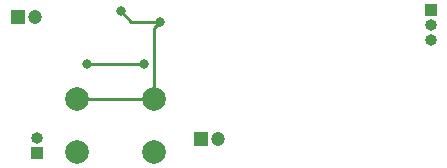
<source format=gbr>
%TF.GenerationSoftware,KiCad,Pcbnew,7.0.2-6a45011f42~172~ubuntu22.04.1*%
%TF.CreationDate,2023-05-13T15:44:36+12:00*%
%TF.ProjectId,KA1119,4b413131-3139-42e6-9b69-6361645f7063,rev?*%
%TF.SameCoordinates,Original*%
%TF.FileFunction,Copper,L2,Bot*%
%TF.FilePolarity,Positive*%
%FSLAX46Y46*%
G04 Gerber Fmt 4.6, Leading zero omitted, Abs format (unit mm)*
G04 Created by KiCad (PCBNEW 7.0.2-6a45011f42~172~ubuntu22.04.1) date 2023-05-13 15:44:36*
%MOMM*%
%LPD*%
G01*
G04 APERTURE LIST*
%TA.AperFunction,ComponentPad*%
%ADD10C,2.000000*%
%TD*%
%TA.AperFunction,ComponentPad*%
%ADD11R,1.200000X1.200000*%
%TD*%
%TA.AperFunction,ComponentPad*%
%ADD12C,1.200000*%
%TD*%
%TA.AperFunction,ComponentPad*%
%ADD13R,1.000000X1.000000*%
%TD*%
%TA.AperFunction,ComponentPad*%
%ADD14O,1.000000X1.000000*%
%TD*%
%TA.AperFunction,ViaPad*%
%ADD15C,0.800000*%
%TD*%
%TA.AperFunction,Conductor*%
%ADD16C,0.250000*%
%TD*%
G04 APERTURE END LIST*
D10*
%TO.P,SW1,1,1*%
%TO.N,Net-(BT1-+)*%
X167640000Y-100400000D03*
X174140000Y-100400000D03*
%TO.P,SW1,2,2*%
%TO.N,Net-(U3A-R)*%
X167640000Y-95900000D03*
X174140000Y-95900000D03*
%TD*%
D11*
%TO.P,C2,1*%
%TO.N,Net-(U3A-THR)*%
X162640000Y-88990000D03*
D12*
%TO.P,C2,2*%
%TO.N,Net-(BT1--)*%
X164140000Y-88990000D03*
%TD*%
D11*
%TO.P,C1,1*%
%TO.N,Net-(U3A-R)*%
X178120000Y-99320000D03*
D12*
%TO.P,C1,2*%
%TO.N,Net-(BT1--)*%
X179620000Y-99320000D03*
%TD*%
D13*
%TO.P,9v,1,+*%
%TO.N,Net-(BT1-+)*%
X164270000Y-100470000D03*
D14*
%TO.P,9v,2,-*%
%TO.N,Net-(BT1--)*%
X164270000Y-99200000D03*
%TD*%
%TO.P,J1,3,Pin_3*%
%TO.N,Net-(D3-A)*%
X197600000Y-90900000D03*
%TO.P,J1,2,Pin_2*%
%TO.N,Net-(J1-Pin_2)*%
X197600000Y-89630000D03*
D13*
%TO.P,J1,1,Pin_1*%
%TO.N,Net-(D1-K)*%
X197600000Y-88360000D03*
%TD*%
D15*
%TO.N,Net-(SW2A-B)*%
X173330000Y-92970000D03*
X168510000Y-92940000D03*
%TO.N,Net-(U3A-R)*%
X171370000Y-88470000D03*
X174690000Y-89340000D03*
%TD*%
D16*
%TO.N,Net-(SW2A-B)*%
X173330000Y-92970000D02*
X168540000Y-92970000D01*
X168540000Y-92970000D02*
X168510000Y-92940000D01*
%TO.N,Net-(U3A-R)*%
X167640000Y-95900000D02*
X174140000Y-95900000D01*
X174140000Y-95900000D02*
X174140000Y-89890000D01*
X174140000Y-89890000D02*
X174690000Y-89340000D01*
X174690000Y-89340000D02*
X172240000Y-89340000D01*
X172240000Y-89340000D02*
X171370000Y-88470000D01*
%TD*%
M02*

</source>
